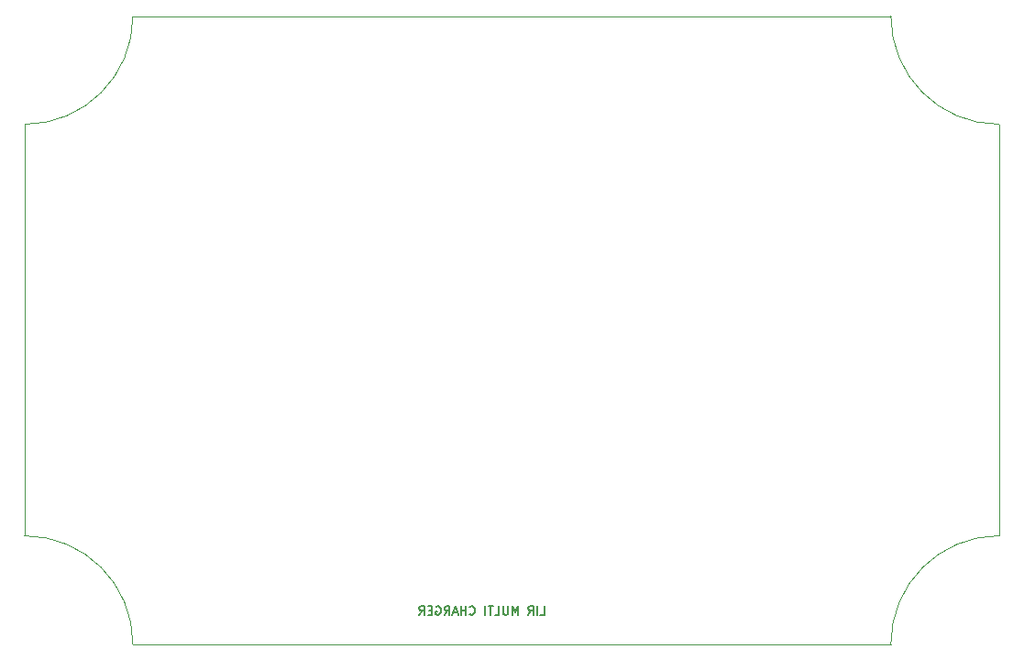
<source format=gbr>
G04 #@! TF.GenerationSoftware,KiCad,Pcbnew,7.0.11+dfsg-1build4*
G04 #@! TF.CreationDate,2025-09-21T21:37:11-05:00*
G04 #@! TF.ProjectId,lir-multi-charger,6c69722d-6d75-46c7-9469-2d6368617267,rev?*
G04 #@! TF.SameCoordinates,Original*
G04 #@! TF.FileFunction,Legend,Bot*
G04 #@! TF.FilePolarity,Positive*
%FSLAX46Y46*%
G04 Gerber Fmt 4.6, Leading zero omitted, Abs format (unit mm)*
G04 Created by KiCad (PCBNEW 7.0.11+dfsg-1build4) date 2025-09-21 21:37:11*
%MOMM*%
%LPD*%
G01*
G04 APERTURE LIST*
%ADD10C,0.150000*%
%ADD11C,3.000000*%
%ADD12R,2.400000X2.400000*%
%ADD13C,2.400000*%
%ADD14R,1.700000X1.700000*%
%ADD15O,1.700000X1.700000*%
%ADD16C,1.200000*%
%ADD17R,0.850000X0.850000*%
%ADD18C,0.650000*%
%ADD19O,2.100000X1.000000*%
%ADD20O,1.600000X1.000000*%
G04 #@! TA.AperFunction,Profile*
%ADD21C,0.050000*%
G04 #@! TD*
G04 APERTURE END LIST*
D10*
X147611428Y-155302295D02*
X147992380Y-155302295D01*
X147992380Y-155302295D02*
X147992380Y-154502295D01*
X147344761Y-155302295D02*
X147344761Y-154502295D01*
X146506666Y-155302295D02*
X146773333Y-154921342D01*
X146963809Y-155302295D02*
X146963809Y-154502295D01*
X146963809Y-154502295D02*
X146659047Y-154502295D01*
X146659047Y-154502295D02*
X146582857Y-154540390D01*
X146582857Y-154540390D02*
X146544762Y-154578485D01*
X146544762Y-154578485D02*
X146506666Y-154654676D01*
X146506666Y-154654676D02*
X146506666Y-154768961D01*
X146506666Y-154768961D02*
X146544762Y-154845152D01*
X146544762Y-154845152D02*
X146582857Y-154883247D01*
X146582857Y-154883247D02*
X146659047Y-154921342D01*
X146659047Y-154921342D02*
X146963809Y-154921342D01*
X145554285Y-155302295D02*
X145554285Y-154502295D01*
X145554285Y-154502295D02*
X145287619Y-155073723D01*
X145287619Y-155073723D02*
X145020952Y-154502295D01*
X145020952Y-154502295D02*
X145020952Y-155302295D01*
X144639999Y-154502295D02*
X144639999Y-155149914D01*
X144639999Y-155149914D02*
X144601904Y-155226104D01*
X144601904Y-155226104D02*
X144563809Y-155264200D01*
X144563809Y-155264200D02*
X144487618Y-155302295D01*
X144487618Y-155302295D02*
X144335237Y-155302295D01*
X144335237Y-155302295D02*
X144259047Y-155264200D01*
X144259047Y-155264200D02*
X144220952Y-155226104D01*
X144220952Y-155226104D02*
X144182856Y-155149914D01*
X144182856Y-155149914D02*
X144182856Y-154502295D01*
X143420952Y-155302295D02*
X143801904Y-155302295D01*
X143801904Y-155302295D02*
X143801904Y-154502295D01*
X143268571Y-154502295D02*
X142811428Y-154502295D01*
X143040000Y-155302295D02*
X143040000Y-154502295D01*
X142544761Y-155302295D02*
X142544761Y-154502295D01*
X141097142Y-155226104D02*
X141135238Y-155264200D01*
X141135238Y-155264200D02*
X141249523Y-155302295D01*
X141249523Y-155302295D02*
X141325714Y-155302295D01*
X141325714Y-155302295D02*
X141440000Y-155264200D01*
X141440000Y-155264200D02*
X141516190Y-155188009D01*
X141516190Y-155188009D02*
X141554285Y-155111819D01*
X141554285Y-155111819D02*
X141592381Y-154959438D01*
X141592381Y-154959438D02*
X141592381Y-154845152D01*
X141592381Y-154845152D02*
X141554285Y-154692771D01*
X141554285Y-154692771D02*
X141516190Y-154616580D01*
X141516190Y-154616580D02*
X141440000Y-154540390D01*
X141440000Y-154540390D02*
X141325714Y-154502295D01*
X141325714Y-154502295D02*
X141249523Y-154502295D01*
X141249523Y-154502295D02*
X141135238Y-154540390D01*
X141135238Y-154540390D02*
X141097142Y-154578485D01*
X140754285Y-155302295D02*
X140754285Y-154502295D01*
X140754285Y-154883247D02*
X140297142Y-154883247D01*
X140297142Y-155302295D02*
X140297142Y-154502295D01*
X139954286Y-155073723D02*
X139573333Y-155073723D01*
X140030476Y-155302295D02*
X139763809Y-154502295D01*
X139763809Y-154502295D02*
X139497143Y-155302295D01*
X138773333Y-155302295D02*
X139040000Y-154921342D01*
X139230476Y-155302295D02*
X139230476Y-154502295D01*
X139230476Y-154502295D02*
X138925714Y-154502295D01*
X138925714Y-154502295D02*
X138849524Y-154540390D01*
X138849524Y-154540390D02*
X138811429Y-154578485D01*
X138811429Y-154578485D02*
X138773333Y-154654676D01*
X138773333Y-154654676D02*
X138773333Y-154768961D01*
X138773333Y-154768961D02*
X138811429Y-154845152D01*
X138811429Y-154845152D02*
X138849524Y-154883247D01*
X138849524Y-154883247D02*
X138925714Y-154921342D01*
X138925714Y-154921342D02*
X139230476Y-154921342D01*
X138011429Y-154540390D02*
X138087619Y-154502295D01*
X138087619Y-154502295D02*
X138201905Y-154502295D01*
X138201905Y-154502295D02*
X138316191Y-154540390D01*
X138316191Y-154540390D02*
X138392381Y-154616580D01*
X138392381Y-154616580D02*
X138430476Y-154692771D01*
X138430476Y-154692771D02*
X138468572Y-154845152D01*
X138468572Y-154845152D02*
X138468572Y-154959438D01*
X138468572Y-154959438D02*
X138430476Y-155111819D01*
X138430476Y-155111819D02*
X138392381Y-155188009D01*
X138392381Y-155188009D02*
X138316191Y-155264200D01*
X138316191Y-155264200D02*
X138201905Y-155302295D01*
X138201905Y-155302295D02*
X138125714Y-155302295D01*
X138125714Y-155302295D02*
X138011429Y-155264200D01*
X138011429Y-155264200D02*
X137973333Y-155226104D01*
X137973333Y-155226104D02*
X137973333Y-154959438D01*
X137973333Y-154959438D02*
X138125714Y-154959438D01*
X137630476Y-154883247D02*
X137363810Y-154883247D01*
X137249524Y-155302295D02*
X137630476Y-155302295D01*
X137630476Y-155302295D02*
X137630476Y-154502295D01*
X137630476Y-154502295D02*
X137249524Y-154502295D01*
X136449523Y-155302295D02*
X136716190Y-154921342D01*
X136906666Y-155302295D02*
X136906666Y-154502295D01*
X136906666Y-154502295D02*
X136601904Y-154502295D01*
X136601904Y-154502295D02*
X136525714Y-154540390D01*
X136525714Y-154540390D02*
X136487619Y-154578485D01*
X136487619Y-154578485D02*
X136449523Y-154654676D01*
X136449523Y-154654676D02*
X136449523Y-154768961D01*
X136449523Y-154768961D02*
X136487619Y-154845152D01*
X136487619Y-154845152D02*
X136525714Y-154883247D01*
X136525714Y-154883247D02*
X136601904Y-154921342D01*
X136601904Y-154921342D02*
X136906666Y-154921342D01*
%LPC*%
D11*
X105000000Y-129000000D03*
X122500000Y-152000000D03*
X185000000Y-129000000D03*
X167500000Y-152000000D03*
X167500000Y-106000000D03*
X105500000Y-114500000D03*
X166000000Y-109750000D03*
D12*
X153000000Y-153300000D03*
D13*
X156500000Y-153300000D03*
D12*
X173700000Y-153300000D03*
D13*
X177200000Y-153300000D03*
D14*
X177292000Y-121920000D03*
D15*
X177292000Y-124460000D03*
D16*
X173500000Y-141200000D03*
X173500000Y-133700000D03*
D14*
X133604000Y-107437000D03*
D15*
X133604000Y-109977000D03*
D12*
X130000000Y-153300000D03*
D13*
X133500000Y-153300000D03*
D17*
X186690000Y-139700000D03*
D14*
X177800000Y-106680000D03*
D15*
X177800000Y-104140000D03*
D14*
X156464000Y-112500000D03*
D15*
X156464000Y-115040000D03*
D14*
X177800000Y-115316000D03*
D15*
X177800000Y-117856000D03*
D18*
X182800000Y-119740000D03*
X182800000Y-113960000D03*
D19*
X182270000Y-121170000D03*
D20*
X186450000Y-121170000D03*
D19*
X182270000Y-112530000D03*
D20*
X186450000Y-112530000D03*
D17*
X186690000Y-143510000D03*
%LPD*%
D21*
X180000000Y-100000000D02*
G75*
G03*
X190000000Y-110000000I10000000J0D01*
G01*
X110000000Y-100000000D02*
X180000000Y-100000000D01*
X190000000Y-148000000D02*
G75*
G03*
X180000000Y-158000000I0J-10000000D01*
G01*
X110000000Y-158000000D02*
X180000000Y-158000000D01*
X100000000Y-110000000D02*
X100000000Y-148000000D01*
X100000000Y-110000000D02*
G75*
G03*
X110000000Y-100000000I0J10000000D01*
G01*
X190000000Y-110000000D02*
X190000000Y-148000000D01*
X110000000Y-158000000D02*
G75*
G03*
X100000000Y-148000000I-10000000J0D01*
G01*
M02*

</source>
